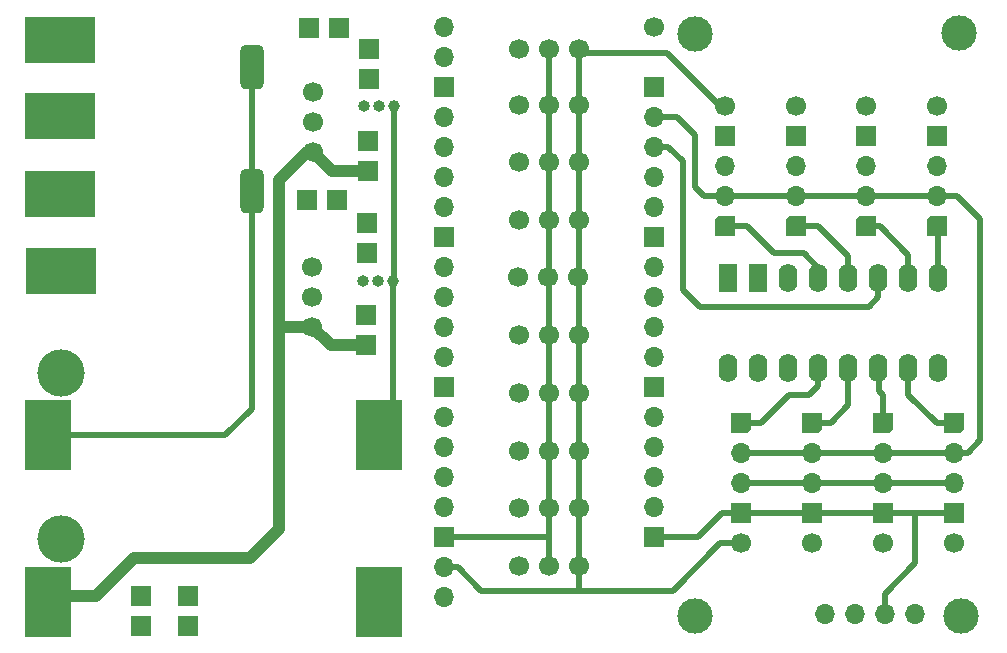
<source format=gbl>
G04 #@! TF.GenerationSoftware,KiCad,Pcbnew,9.0.4*
G04 #@! TF.CreationDate,2026-01-06T16:30:32+03:00*
G04 #@! TF.ProjectId,pico-hd-mcu-v3,7069636f-2d68-4642-9d6d-63752d76332e,rev?*
G04 #@! TF.SameCoordinates,Original*
G04 #@! TF.FileFunction,Copper,L2,Bot*
G04 #@! TF.FilePolarity,Positive*
%FSLAX46Y46*%
G04 Gerber Fmt 4.6, Leading zero omitted, Abs format (unit mm)*
G04 Created by KiCad (PCBNEW 9.0.4) date 2026-01-06 16:30:32*
%MOMM*%
%LPD*%
G01*
G04 APERTURE LIST*
G04 Aperture macros list*
%AMRoundRect*
0 Rectangle with rounded corners*
0 $1 Rounding radius*
0 $2 $3 $4 $5 $6 $7 $8 $9 X,Y pos of 4 corners*
0 Add a 4 corners polygon primitive as box body*
4,1,4,$2,$3,$4,$5,$6,$7,$8,$9,$2,$3,0*
0 Add four circle primitives for the rounded corners*
1,1,$1+$1,$2,$3*
1,1,$1+$1,$4,$5*
1,1,$1+$1,$6,$7*
1,1,$1+$1,$8,$9*
0 Add four rect primitives between the rounded corners*
20,1,$1+$1,$2,$3,$4,$5,0*
20,1,$1+$1,$4,$5,$6,$7,0*
20,1,$1+$1,$6,$7,$8,$9,0*
20,1,$1+$1,$8,$9,$2,$3,0*%
%AMOutline5P*
0 Free polygon, 5 corners , with rotation*
0 The origin of the aperture is its center*
0 number of corners: always 5*
0 $1 to $10 corner X, Y*
0 $11 Rotation angle, in degrees counterclockwise*
0 create outline with 5 corners*
4,1,5,$1,$2,$3,$4,$5,$6,$7,$8,$9,$10,$1,$2,$11*%
%AMOutline6P*
0 Free polygon, 6 corners , with rotation*
0 The origin of the aperture is its center*
0 number of corners: always 6*
0 $1 to $12 corner X, Y*
0 $13 Rotation angle, in degrees counterclockwise*
0 create outline with 6 corners*
4,1,6,$1,$2,$3,$4,$5,$6,$7,$8,$9,$10,$11,$12,$1,$2,$13*%
%AMOutline7P*
0 Free polygon, 7 corners , with rotation*
0 The origin of the aperture is its center*
0 number of corners: always 7*
0 $1 to $14 corner X, Y*
0 $15 Rotation angle, in degrees counterclockwise*
0 create outline with 7 corners*
4,1,7,$1,$2,$3,$4,$5,$6,$7,$8,$9,$10,$11,$12,$13,$14,$1,$2,$15*%
%AMOutline8P*
0 Free polygon, 8 corners , with rotation*
0 The origin of the aperture is its center*
0 number of corners: always 8*
0 $1 to $16 corner X, Y*
0 $17 Rotation angle, in degrees counterclockwise*
0 create outline with 8 corners*
4,1,8,$1,$2,$3,$4,$5,$6,$7,$8,$9,$10,$11,$12,$13,$14,$15,$16,$1,$2,$17*%
G04 Aperture macros list end*
G04 #@! TA.AperFunction,ComponentPad*
%ADD10R,1.800000X1.800000*%
G04 #@! TD*
G04 #@! TA.AperFunction,ComponentPad*
%ADD11C,1.700000*%
G04 #@! TD*
G04 #@! TA.AperFunction,ComponentPad*
%ADD12R,1.700000X1.700000*%
G04 #@! TD*
G04 #@! TA.AperFunction,ComponentPad*
%ADD13O,1.700000X1.700000*%
G04 #@! TD*
G04 #@! TA.AperFunction,ComponentPad*
%ADD14Outline5P,-0.850000X0.510000X-0.510000X0.850000X0.850000X0.850000X0.850000X-0.850000X-0.850000X-0.850000X180.000000*%
G04 #@! TD*
G04 #@! TA.AperFunction,ComponentPad*
%ADD15Outline5P,-0.850000X0.510000X-0.510000X0.850000X0.850000X0.850000X0.850000X-0.850000X-0.850000X-0.850000X0.000000*%
G04 #@! TD*
G04 #@! TA.AperFunction,ComponentPad*
%ADD16C,4.000000*%
G04 #@! TD*
G04 #@! TA.AperFunction,ComponentPad*
%ADD17RoundRect,0.500000X-0.500000X-1.400000X0.500000X-1.400000X0.500000X1.400000X-0.500000X1.400000X0*%
G04 #@! TD*
G04 #@! TA.AperFunction,ComponentPad*
%ADD18C,3.000000*%
G04 #@! TD*
G04 #@! TA.AperFunction,ComponentPad*
%ADD19R,6.000000X4.000000*%
G04 #@! TD*
G04 #@! TA.AperFunction,ComponentPad*
%ADD20O,1.000000X1.000000*%
G04 #@! TD*
G04 #@! TA.AperFunction,ComponentPad*
%ADD21C,1.000000*%
G04 #@! TD*
G04 #@! TA.AperFunction,ComponentPad*
%ADD22O,1.600000X2.400000*%
G04 #@! TD*
G04 #@! TA.AperFunction,ComponentPad*
%ADD23R,1.600000X2.400000*%
G04 #@! TD*
G04 #@! TA.AperFunction,ComponentPad*
%ADD24R,4.000000X6.000000*%
G04 #@! TD*
G04 #@! TA.AperFunction,Conductor*
%ADD25C,0.500000*%
G04 #@! TD*
G04 #@! TA.AperFunction,Conductor*
%ADD26C,1.000000*%
G04 #@! TD*
G04 APERTURE END LIST*
D10*
X50717500Y-70842500D03*
X50717500Y-73382500D03*
X46712500Y-70852500D03*
X46712500Y-73392500D03*
D11*
X90200000Y-22650000D03*
X103587500Y-66357500D03*
D12*
X103587500Y-63817500D03*
D13*
X103587500Y-61277500D03*
X103587500Y-58737500D03*
D14*
X103587500Y-56197500D03*
D11*
X114177500Y-29367500D03*
D12*
X114177500Y-31907500D03*
D13*
X114177500Y-34447500D03*
X114177500Y-36987500D03*
D15*
X114177500Y-39527500D03*
D16*
X40000000Y-52000000D03*
D11*
X61300000Y-30692500D03*
X61300000Y-28152500D03*
X61300000Y-33232500D03*
D10*
X60960000Y-22785000D03*
X63500000Y-22785000D03*
D17*
X56150000Y-36552500D03*
D18*
X116040000Y-23190000D03*
D13*
X90170000Y-63280000D03*
D10*
X65830000Y-49632500D03*
X65830000Y-47092500D03*
D11*
X96177500Y-29367500D03*
D12*
X96177500Y-31907500D03*
D13*
X96177500Y-34447500D03*
X96177500Y-36987500D03*
D15*
X96177500Y-39527500D03*
D19*
X39867500Y-23800000D03*
D11*
X109587500Y-66357500D03*
D12*
X109587500Y-63817500D03*
D13*
X109587500Y-61277500D03*
X109587500Y-58737500D03*
D14*
X109587500Y-56197500D03*
D10*
X60810000Y-37280000D03*
X63350000Y-37280000D03*
D20*
X66820000Y-44157500D03*
X65550000Y-44157500D03*
D21*
X68090000Y-44157500D03*
D18*
X116150000Y-72500000D03*
D11*
X108177500Y-29367500D03*
D12*
X108177500Y-31907500D03*
D13*
X108177500Y-34447500D03*
X108177500Y-36987500D03*
D15*
X108177500Y-39527500D03*
D16*
X40000000Y-66042500D03*
D12*
X90182500Y-65822500D03*
D13*
X90182500Y-60742500D03*
X90182500Y-58202500D03*
X90182500Y-55662500D03*
D12*
X90182500Y-53122500D03*
D13*
X90182500Y-50582500D03*
X90182500Y-48042500D03*
X90182500Y-45502500D03*
X90182500Y-42962500D03*
D12*
X90182500Y-40422500D03*
D13*
X90182500Y-37882500D03*
X90182500Y-35342500D03*
X90182500Y-32802500D03*
X90182500Y-30262500D03*
D12*
X90182500Y-27722500D03*
D13*
X72402500Y-22642500D03*
X72402500Y-25182500D03*
D12*
X72402500Y-27722500D03*
D13*
X72402500Y-30262500D03*
X72402500Y-32802500D03*
X72402500Y-35342500D03*
X72402500Y-37882500D03*
D12*
X72402500Y-40422500D03*
D13*
X72402500Y-42962500D03*
X72402500Y-45502500D03*
X72402500Y-48042500D03*
X72402500Y-50582500D03*
D12*
X72402500Y-53122500D03*
D13*
X72402500Y-55662500D03*
X72402500Y-58202500D03*
X72402500Y-60742500D03*
X72402500Y-63282500D03*
D12*
X72402500Y-65822500D03*
D13*
X72402500Y-68362500D03*
X72402500Y-70902500D03*
D18*
X93700000Y-72525000D03*
D17*
X56150000Y-26052500D03*
D11*
X61200000Y-45492500D03*
X61200000Y-42952500D03*
X61200000Y-48032500D03*
D18*
X93675000Y-23242500D03*
D13*
X109715000Y-72360000D03*
X104635000Y-72360000D03*
X107175000Y-72360000D03*
X112255000Y-72360000D03*
D19*
X39900000Y-30200000D03*
D11*
X97587500Y-66357500D03*
D12*
X97587500Y-63817500D03*
D13*
X97587500Y-61277500D03*
X97587500Y-58737500D03*
D14*
X97587500Y-56197500D03*
D11*
X115587500Y-66357500D03*
D12*
X115587500Y-63817500D03*
D13*
X115587500Y-61277500D03*
X115587500Y-58737500D03*
D14*
X115587500Y-56197500D03*
D19*
X39910000Y-36787500D03*
D10*
X65920000Y-41837500D03*
X65920000Y-39297500D03*
D20*
X66920000Y-29377500D03*
X65650000Y-29377500D03*
D21*
X68190000Y-29377500D03*
D19*
X39995000Y-43357500D03*
D10*
X65940000Y-34832500D03*
X65940000Y-32292500D03*
D11*
X102177500Y-29367500D03*
D12*
X102177500Y-31907500D03*
D13*
X102177500Y-34447500D03*
X102177500Y-36987500D03*
D15*
X102177500Y-39527500D03*
D10*
X66035000Y-27062500D03*
X66035000Y-24522500D03*
D22*
X114255000Y-43927500D03*
X111715000Y-43927500D03*
X109175000Y-43927500D03*
X106635000Y-43927500D03*
X104095000Y-43927500D03*
X101555000Y-43927500D03*
D23*
X99015000Y-43927500D03*
X96475000Y-43927500D03*
D22*
X96475000Y-51547500D03*
X99015000Y-51547500D03*
X101555000Y-51547500D03*
X104095000Y-51547500D03*
X106635000Y-51547500D03*
X109175000Y-51547500D03*
X111715000Y-51547500D03*
X114255000Y-51547500D03*
D11*
X83850000Y-63430000D03*
X81310000Y-63430000D03*
X78770000Y-63430000D03*
X83850000Y-24550000D03*
X81310000Y-24550000D03*
X78770000Y-24550000D03*
D24*
X66947500Y-71352500D03*
X38847500Y-71352500D03*
X66947500Y-57252500D03*
X38847500Y-57252500D03*
D11*
X83810000Y-53620000D03*
X81270000Y-53620000D03*
X78730000Y-53620000D03*
X83850000Y-68280000D03*
X81310000Y-68280000D03*
X78770000Y-68280000D03*
X83840000Y-29310000D03*
X81300000Y-29310000D03*
X78760000Y-29310000D03*
X83842500Y-34100000D03*
X81302500Y-34100000D03*
X78762500Y-34100000D03*
X83830000Y-58560000D03*
X81290000Y-58560000D03*
X78750000Y-58560000D03*
X83840000Y-38980000D03*
X81300000Y-38980000D03*
X78760000Y-38980000D03*
X83780000Y-43840000D03*
X81240000Y-43840000D03*
X78700000Y-43840000D03*
X83810000Y-48730000D03*
X81270000Y-48730000D03*
X78730000Y-48730000D03*
D25*
X72402500Y-65822500D02*
X81282500Y-65822500D01*
X107060000Y-63847500D02*
X107090000Y-63817500D01*
X72232500Y-65652500D02*
X72402500Y-65822500D01*
X90182500Y-65822500D02*
X93952500Y-65822500D01*
X56150000Y-36552500D02*
X56150000Y-55000000D01*
X68090000Y-44157500D02*
X68090000Y-56110000D01*
X53897500Y-57252500D02*
X38847500Y-57252500D01*
X81310000Y-24550000D02*
X81310000Y-65850000D01*
X81282500Y-65822500D02*
X81310000Y-65850000D01*
X109715000Y-72360000D02*
X109660000Y-72305000D01*
X109715000Y-72360000D02*
X109715000Y-70635000D01*
X68190000Y-44057500D02*
X68090000Y-44157500D01*
X68190000Y-29377500D02*
X68190000Y-44057500D01*
X72402500Y-65822500D02*
X72060000Y-66165000D01*
X56150000Y-26052500D02*
X56150000Y-36552500D01*
X56150000Y-55000000D02*
X53897500Y-57252500D01*
X68090000Y-56110000D02*
X66947500Y-57252500D01*
X81310000Y-65850000D02*
X81310000Y-68280000D01*
X109715000Y-70635000D02*
X112300000Y-68050000D01*
X112300000Y-68050000D02*
X112300000Y-63817500D01*
X93952500Y-65822500D02*
X95957500Y-63817500D01*
X112300000Y-63817500D02*
X115587500Y-63817500D01*
X73032500Y-65822500D02*
X73040000Y-65830000D01*
X95957500Y-63817500D02*
X97587500Y-63817500D01*
X97587500Y-63817500D02*
X112300000Y-63817500D01*
D26*
X62900000Y-34832500D02*
X65940000Y-34832500D01*
X42947500Y-70842500D02*
X39357500Y-70842500D01*
X61300000Y-33232500D02*
X62900000Y-34832500D01*
X61300000Y-33232500D02*
X60767500Y-33232500D01*
X58400000Y-65200000D02*
X55957500Y-67642500D01*
X46147500Y-67642500D02*
X42947500Y-70842500D01*
X58400000Y-48000000D02*
X58432500Y-48032500D01*
X39357500Y-70842500D02*
X38847500Y-71352500D01*
X61200000Y-48032500D02*
X62800000Y-49632500D01*
X60767500Y-33232500D02*
X58400000Y-35600000D01*
X58432500Y-48032500D02*
X61200000Y-48032500D01*
X58400000Y-35600000D02*
X58400000Y-65200000D01*
X55957500Y-67642500D02*
X46147500Y-67642500D01*
X62800000Y-49632500D02*
X65830000Y-49632500D01*
D25*
X75580000Y-70380000D02*
X83860000Y-70380000D01*
X91280000Y-24890000D02*
X84190000Y-24890000D01*
X95757500Y-29367500D02*
X91280000Y-24890000D01*
X73562500Y-68362500D02*
X75580000Y-70380000D01*
X83850000Y-24550000D02*
X83850000Y-70370000D01*
X91796447Y-70380000D02*
X95818947Y-66357500D01*
X72402500Y-68362500D02*
X73562500Y-68362500D01*
X95818947Y-66357500D02*
X97587500Y-66357500D01*
X83850000Y-70370000D02*
X83860000Y-70380000D01*
X84190000Y-24890000D02*
X83850000Y-24550000D01*
X96177500Y-29367500D02*
X95757500Y-29367500D01*
X83860000Y-70380000D02*
X91796447Y-70380000D01*
X106635000Y-43927500D02*
X106635000Y-42075000D01*
X104087500Y-39527500D02*
X102177500Y-39527500D01*
X106635000Y-42075000D02*
X104087500Y-39527500D01*
X106635000Y-54705000D02*
X106635000Y-51547500D01*
X103587500Y-56197500D02*
X105142500Y-56197500D01*
X105142500Y-56197500D02*
X106635000Y-54705000D01*
X109587500Y-56197500D02*
X109587500Y-53827500D01*
X109205000Y-53445000D02*
X109205000Y-51577500D01*
X109205000Y-51577500D02*
X109175000Y-51547500D01*
X109587500Y-53827500D02*
X109205000Y-53445000D01*
X115587500Y-56197500D02*
X114107500Y-56197500D01*
X114107500Y-56197500D02*
X111715000Y-53805000D01*
X111715000Y-53805000D02*
X111715000Y-51547500D01*
X104095000Y-53055000D02*
X104095000Y-51547500D01*
X104095000Y-51547500D02*
X104055000Y-51587500D01*
X103285000Y-53865000D02*
X104095000Y-53055000D01*
X99252500Y-56197500D02*
X101585000Y-53865000D01*
X97587500Y-56197500D02*
X99252500Y-56197500D01*
X101585000Y-53865000D02*
X103285000Y-53865000D01*
X114255000Y-43927500D02*
X114255000Y-39605000D01*
X114255000Y-39605000D02*
X114177500Y-39527500D01*
X111715000Y-41935000D02*
X109307500Y-39527500D01*
X111715000Y-43927500D02*
X111715000Y-41935000D01*
X109307500Y-39527500D02*
X108177500Y-39527500D01*
X100335000Y-41815000D02*
X102875000Y-41815000D01*
X102875000Y-41815000D02*
X104095000Y-43035000D01*
X104095000Y-43035000D02*
X104095000Y-43927500D01*
X98047500Y-39527500D02*
X100335000Y-41815000D01*
X96177500Y-39527500D02*
X98047500Y-39527500D01*
X115587500Y-61277500D02*
X97587500Y-61277500D01*
X115852500Y-36987500D02*
X117800000Y-38935000D01*
X114177500Y-36987500D02*
X115852500Y-36987500D01*
X92112500Y-30262500D02*
X90182500Y-30262500D01*
X94437500Y-36987500D02*
X93625000Y-36175000D01*
X114177500Y-36987500D02*
X96177500Y-36987500D01*
X115587500Y-58737500D02*
X97587500Y-58737500D01*
X116737500Y-58737500D02*
X115587500Y-58737500D01*
X117800000Y-57675000D02*
X116737500Y-58737500D01*
X96177500Y-36987500D02*
X94437500Y-36987500D01*
X117800000Y-38935000D02*
X117800000Y-57675000D01*
X93625000Y-31775000D02*
X92112500Y-30262500D01*
X93625000Y-36175000D02*
X93625000Y-31775000D01*
X92625000Y-34025000D02*
X91402500Y-32802500D01*
X91402500Y-32802500D02*
X90182500Y-32802500D01*
X109175000Y-45540000D02*
X108360000Y-46355000D01*
X108360000Y-46355000D02*
X94075000Y-46355000D01*
X109175000Y-43927500D02*
X109175000Y-45540000D01*
X92625000Y-44905000D02*
X92625000Y-34025000D01*
X94075000Y-46355000D02*
X92625000Y-44905000D01*
M02*

</source>
